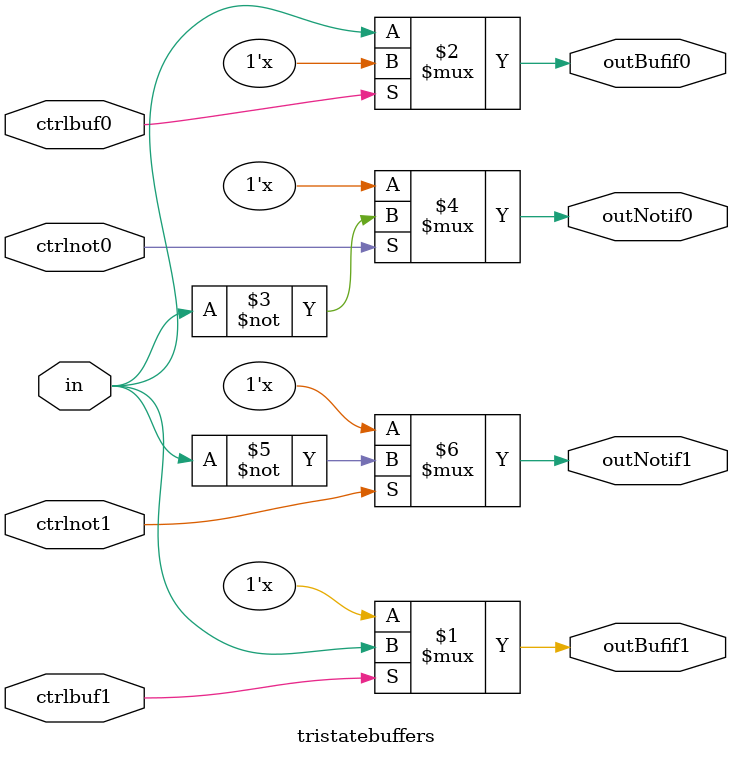
<source format=v>
module tristatebuffers (in,ctrlbuf1,ctrlbuf0,ctrlnot0,ctrlnot1,outBufif1,outBufif0,outNotif0,outNotif1);
   input in,ctrlbuf1,ctrlbuf0,ctrlnot0,ctrlnot1;
   output outBufif1,outBufif0,outNotif0,outNotif1;
   
   bufif1 b1 (outBufif1,in,ctrlbuf1);
   bufif0 b2 (outBufif0,in,ctrlbuf0);
   notif0 n1 (outNotif0,in,ctrlnot0);
   notif1 n2 (outNotif1,in,ctrlnot1);
     
endmodule

</source>
